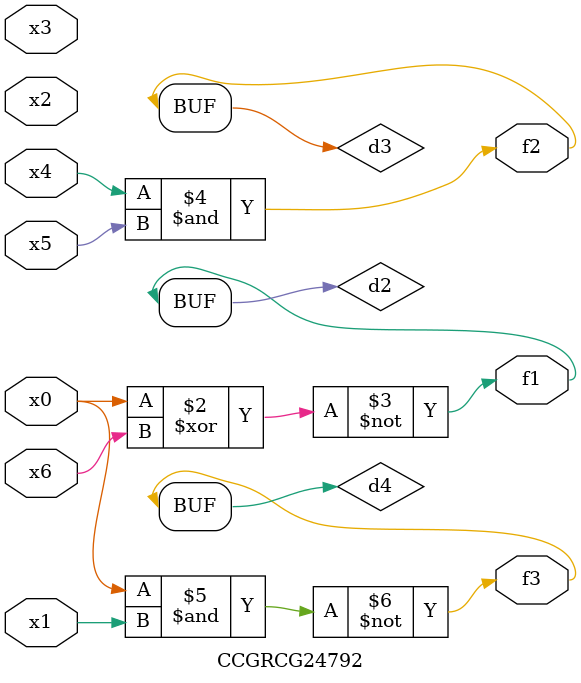
<source format=v>
module CCGRCG24792(
	input x0, x1, x2, x3, x4, x5, x6,
	output f1, f2, f3
);

	wire d1, d2, d3, d4;

	nor (d1, x0);
	xnor (d2, x0, x6);
	and (d3, x4, x5);
	nand (d4, x0, x1);
	assign f1 = d2;
	assign f2 = d3;
	assign f3 = d4;
endmodule

</source>
